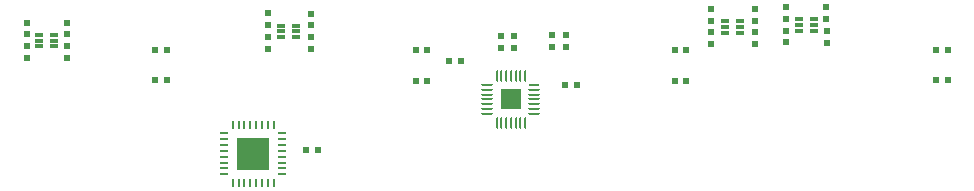
<source format=gbp>
G04*
G04 #@! TF.GenerationSoftware,Altium Limited,Altium Designer,21.0.8 (223)*
G04*
G04 Layer_Color=128*
%FSAX25Y25*%
%MOIN*%
G70*
G04*
G04 #@! TF.SameCoordinates,3E0ABAED-EBEF-4259-B410-402A04598C71*
G04*
G04*
G04 #@! TF.FilePolarity,Positive*
G04*
G01*
G75*
%ADD21R,0.01968X0.02362*%
%ADD27R,0.02362X0.01968*%
%ADD112R,0.02638X0.01181*%
%ADD114R,0.03764X0.00758*%
G04:AMPARAMS|DCode=115|XSize=37.64mil|YSize=7.58mil|CornerRadius=3.79mil|HoleSize=0mil|Usage=FLASHONLY|Rotation=180.000|XOffset=0mil|YOffset=0mil|HoleType=Round|Shape=RoundedRectangle|*
%AMROUNDEDRECTD115*
21,1,0.03764,0.00000,0,0,180.0*
21,1,0.03006,0.00758,0,0,180.0*
1,1,0.00758,-0.01503,0.00000*
1,1,0.00758,0.01503,0.00000*
1,1,0.00758,0.01503,0.00000*
1,1,0.00758,-0.01503,0.00000*
%
%ADD115ROUNDEDRECTD115*%
G04:AMPARAMS|DCode=116|XSize=7.58mil|YSize=37.64mil|CornerRadius=3.79mil|HoleSize=0mil|Usage=FLASHONLY|Rotation=180.000|XOffset=0mil|YOffset=0mil|HoleType=Round|Shape=RoundedRectangle|*
%AMROUNDEDRECTD116*
21,1,0.00758,0.03006,0,0,180.0*
21,1,0.00000,0.03764,0,0,180.0*
1,1,0.00758,0.00000,0.01503*
1,1,0.00758,0.00000,0.01503*
1,1,0.00758,0.00000,-0.01503*
1,1,0.00758,0.00000,-0.01503*
%
%ADD116ROUNDEDRECTD116*%
%ADD117R,0.10827X0.10827*%
%ADD118R,0.02559X0.01102*%
%ADD119R,0.01102X0.02559*%
%ADD124R,0.06723X0.06723*%
D21*
X0632855Y3556747D02*
D03*
X0628918D02*
D03*
X0632855Y3546787D02*
D03*
X0628918D02*
D03*
X0683210Y3523440D02*
D03*
X0679273D02*
D03*
X0893012Y3556826D02*
D03*
X0889075D02*
D03*
X0893012Y3546748D02*
D03*
X0889075D02*
D03*
X0805886Y3556669D02*
D03*
X0801949D02*
D03*
X0805886Y3546551D02*
D03*
X0801949D02*
D03*
X0726870Y3553086D02*
D03*
X0730807D02*
D03*
X0719548Y3556708D02*
D03*
X0715611D02*
D03*
X0719548Y3546511D02*
D03*
X0715611D02*
D03*
X0769430Y3545094D02*
D03*
X0765493D02*
D03*
D27*
X0839091Y3571120D02*
D03*
Y3567183D02*
D03*
X0839141Y3559348D02*
D03*
Y3563285D02*
D03*
X0852602Y3571115D02*
D03*
Y3567178D02*
D03*
X0852642Y3559304D02*
D03*
Y3563241D02*
D03*
X0828839Y3570527D02*
D03*
Y3566590D02*
D03*
X0814193Y3558755D02*
D03*
Y3562692D02*
D03*
Y3570567D02*
D03*
Y3566629D02*
D03*
X0828878Y3558716D02*
D03*
Y3562653D02*
D03*
X0765670Y3557889D02*
D03*
Y3561826D02*
D03*
X0761247Y3561857D02*
D03*
Y3557920D02*
D03*
X0744218Y3561432D02*
D03*
Y3557495D02*
D03*
X0748564Y3557495D02*
D03*
Y3561432D02*
D03*
X0680887Y3568922D02*
D03*
Y3564985D02*
D03*
X0666397Y3557171D02*
D03*
Y3561108D02*
D03*
Y3568982D02*
D03*
Y3565045D02*
D03*
X0680887Y3557151D02*
D03*
Y3561087D02*
D03*
X0599588Y3565960D02*
D03*
Y3562023D02*
D03*
X0586023Y3554187D02*
D03*
Y3558124D02*
D03*
X0586045Y3565921D02*
D03*
Y3561984D02*
D03*
X0599588Y3554189D02*
D03*
Y3558126D02*
D03*
D112*
X0848465Y3563165D02*
D03*
Y3565133D02*
D03*
Y3567102D02*
D03*
X0843465D02*
D03*
Y3565133D02*
D03*
Y3563165D02*
D03*
X0823789Y3562616D02*
D03*
Y3564584D02*
D03*
Y3566553D02*
D03*
X0818789D02*
D03*
Y3564584D02*
D03*
Y3562616D02*
D03*
X0675827Y3561039D02*
D03*
Y3563007D02*
D03*
Y3564976D02*
D03*
X0670827D02*
D03*
Y3563007D02*
D03*
Y3561039D02*
D03*
X0595236Y3558007D02*
D03*
Y3559976D02*
D03*
Y3561945D02*
D03*
X0590237D02*
D03*
Y3559976D02*
D03*
Y3558007D02*
D03*
D114*
X0755170Y3545094D02*
D03*
D115*
Y3543519D02*
D03*
Y3541944D02*
D03*
Y3540369D02*
D03*
Y3538794D02*
D03*
Y3537220D02*
D03*
Y3535645D02*
D03*
X0739595D02*
D03*
Y3537220D02*
D03*
Y3538794D02*
D03*
Y3540369D02*
D03*
Y3541944D02*
D03*
Y3543519D02*
D03*
Y3545094D02*
D03*
D116*
X0752107Y3532582D02*
D03*
X0750532D02*
D03*
X0748957D02*
D03*
X0747383D02*
D03*
X0745808D02*
D03*
X0744233D02*
D03*
X0742658D02*
D03*
Y3548157D02*
D03*
X0744233D02*
D03*
X0745808D02*
D03*
X0747383D02*
D03*
X0748957D02*
D03*
X0750532D02*
D03*
X0752107D02*
D03*
D117*
X0661556Y3522259D02*
D03*
D118*
X0671202Y3515369D02*
D03*
Y3517338D02*
D03*
Y3519306D02*
D03*
Y3521275D02*
D03*
Y3523243D02*
D03*
Y3525212D02*
D03*
Y3527180D02*
D03*
Y3529149D02*
D03*
X0651910D02*
D03*
Y3527180D02*
D03*
Y3525212D02*
D03*
Y3523243D02*
D03*
Y3521275D02*
D03*
Y3519306D02*
D03*
Y3517338D02*
D03*
Y3515369D02*
D03*
D119*
X0668446Y3531905D02*
D03*
X0666477D02*
D03*
X0664509D02*
D03*
X0662540D02*
D03*
X0660572D02*
D03*
X0658603D02*
D03*
X0656635D02*
D03*
X0654666D02*
D03*
Y3512613D02*
D03*
X0656635D02*
D03*
X0658603D02*
D03*
X0660572D02*
D03*
X0662540D02*
D03*
X0664509D02*
D03*
X0666477D02*
D03*
X0668446D02*
D03*
D124*
X0747383Y3540369D02*
D03*
M02*

</source>
